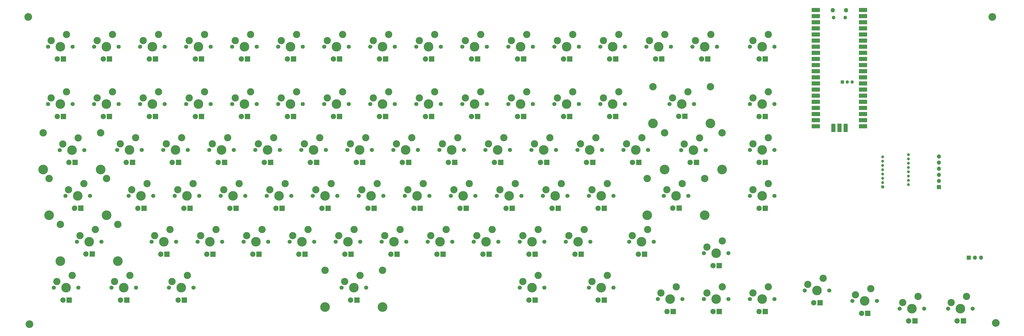
<source format=gbr>
%TF.GenerationSoftware,KiCad,Pcbnew,(6.0.10)*%
%TF.CreationDate,2023-01-18T21:24:45-08:00*%
%TF.ProjectId,OOTstag rev2,4f4f5473-7461-4672-9072-6576322e6b69,rev?*%
%TF.SameCoordinates,Original*%
%TF.FileFunction,Soldermask,Top*%
%TF.FilePolarity,Negative*%
%FSLAX46Y46*%
G04 Gerber Fmt 4.6, Leading zero omitted, Abs format (unit mm)*
G04 Created by KiCad (PCBNEW (6.0.10)) date 2023-01-18 21:24:45*
%MOMM*%
%LPD*%
G01*
G04 APERTURE LIST*
%ADD10C,1.701800*%
%ADD11C,3.000000*%
%ADD12C,3.987800*%
%ADD13C,2.200000*%
%ADD14R,2.200000X2.200000*%
%ADD15R,1.200000X1.200000*%
%ADD16C,1.200000*%
%ADD17C,3.050000*%
%ADD18C,4.000000*%
%ADD19R,1.350000X1.350000*%
%ADD20O,1.350000X1.350000*%
%ADD21O,1.700000X1.700000*%
%ADD22R,1.700000X1.700000*%
%ADD23O,1.500000X1.500000*%
%ADD24O,1.800000X1.800000*%
%ADD25R,3.500000X1.700000*%
%ADD26R,1.700000X3.500000*%
%ADD27C,3.200000*%
G04 APERTURE END LIST*
D10*
%TO.C,K67*%
X237582500Y-238422500D03*
D11*
X238852500Y-235882500D03*
X245202500Y-233342500D03*
D10*
X247742500Y-238422500D03*
D12*
X242662500Y-238422500D03*
D13*
X241367100Y-243527900D03*
D14*
X243932500Y-243527900D03*
%TD*%
D11*
%TO.C,K19*%
X145190000Y-176192500D03*
X138840000Y-178732500D03*
D10*
X137570000Y-181272500D03*
X147730000Y-181272500D03*
D12*
X142650000Y-181272500D03*
D13*
X141354600Y-186377900D03*
D14*
X143920000Y-186377900D03*
%TD*%
D15*
%TO.C,U2*%
X425845000Y-215620000D03*
D16*
X425845000Y-213840000D03*
X425845000Y-212060000D03*
X425845000Y-210280000D03*
X425845000Y-208500000D03*
X425845000Y-206720000D03*
X425845000Y-204940000D03*
X425845000Y-203160000D03*
X436545000Y-202270000D03*
X436545000Y-204050000D03*
X436545000Y-205830000D03*
X436545000Y-207610000D03*
X436545000Y-209390000D03*
X436545000Y-211170000D03*
X436545000Y-212950000D03*
X436545000Y-214730000D03*
%TD*%
D10*
%TO.C,K21*%
X185830000Y-181272500D03*
X175670000Y-181272500D03*
D12*
X180750000Y-181272500D03*
D11*
X176940000Y-178732500D03*
X183290000Y-176192500D03*
D13*
X179454600Y-186377900D03*
D14*
X182020000Y-186377900D03*
%TD*%
D11*
%TO.C,K36*%
X192815000Y-195242500D03*
D12*
X190275000Y-200322500D03*
D11*
X186465000Y-197782500D03*
D10*
X195355000Y-200322500D03*
X185195000Y-200322500D03*
D13*
X188979600Y-205427900D03*
D14*
X191545000Y-205427900D03*
%TD*%
D11*
%TO.C,K59*%
X372202500Y-216832500D03*
D10*
X370932500Y-219372500D03*
X381092500Y-219372500D03*
D12*
X376012500Y-219372500D03*
D11*
X378552500Y-214292500D03*
D13*
X374717100Y-224477900D03*
D14*
X377282500Y-224477900D03*
%TD*%
D10*
%TO.C,K30*%
X381092500Y-181272500D03*
D11*
X378552500Y-176192500D03*
D12*
X376012500Y-181272500D03*
D11*
X372202500Y-178732500D03*
D10*
X370932500Y-181272500D03*
D13*
X374717100Y-186377900D03*
D14*
X377282500Y-186377900D03*
%TD*%
D12*
%TO.C,K28*%
X314100000Y-181272500D03*
D11*
X310290000Y-178732500D03*
D10*
X319180000Y-181272500D03*
X309020000Y-181272500D03*
D11*
X316640000Y-176192500D03*
D13*
X312804600Y-186377900D03*
D14*
X315370000Y-186377900D03*
%TD*%
D10*
%TO.C,K54*%
X257267500Y-219372500D03*
D11*
X254727500Y-214292500D03*
D10*
X247107500Y-219372500D03*
D11*
X248377500Y-216832500D03*
D12*
X252187500Y-219372500D03*
D13*
X250892100Y-224477900D03*
D14*
X253457500Y-224477900D03*
%TD*%
D11*
%TO.C,K71*%
X328546250Y-233342500D03*
X322196250Y-235882500D03*
D12*
X326006250Y-238422500D03*
D10*
X331086250Y-238422500D03*
X320926250Y-238422500D03*
D13*
X324710850Y-243527900D03*
D14*
X327276250Y-243527900D03*
%TD*%
D12*
%TO.C,K78*%
X309337500Y-257472500D03*
D10*
X314417500Y-257472500D03*
D11*
X305527500Y-254932500D03*
X311877500Y-252392500D03*
D10*
X304257500Y-257472500D03*
D13*
X308042100Y-262577900D03*
D14*
X310607500Y-262577900D03*
%TD*%
D10*
%TO.C,K74*%
X116773750Y-257472500D03*
D11*
X114233750Y-252392500D03*
X107883750Y-254932500D03*
D12*
X111693750Y-257472500D03*
D10*
X106613750Y-257472500D03*
D13*
X110398350Y-262577900D03*
D14*
X112963750Y-262577900D03*
%TD*%
D11*
%TO.C,K53*%
X235677500Y-214292500D03*
X229327500Y-216832500D03*
D10*
X238217500Y-219372500D03*
X228057500Y-219372500D03*
D12*
X233137500Y-219372500D03*
D13*
X231842100Y-224477900D03*
D14*
X234407500Y-224477900D03*
%TD*%
D11*
%TO.C,K9*%
X253140000Y-154920000D03*
X259490000Y-152380000D03*
D10*
X251870000Y-157460000D03*
X262030000Y-157460000D03*
D12*
X256950000Y-157460000D03*
D13*
X255654600Y-162565400D03*
D14*
X258220000Y-162565400D03*
%TD*%
D12*
%TO.C,K76*%
X340300300Y-219368200D03*
D11*
X342840300Y-214288200D03*
D10*
X335220300Y-219368200D03*
D17*
X328387500Y-212180000D03*
X352187500Y-212180000D03*
D10*
X345380300Y-219368200D03*
D18*
X352187500Y-227420000D03*
X328387500Y-227420000D03*
D11*
X336490300Y-216828200D03*
D13*
X339004900Y-224473600D03*
D14*
X341570300Y-224473600D03*
%TD*%
D10*
%TO.C,MX_NUM6*%
X432850000Y-266140000D03*
D11*
X434120000Y-263600000D03*
D12*
X437930000Y-266140000D03*
D11*
X440470000Y-261060000D03*
D10*
X443010000Y-266140000D03*
D13*
X436634600Y-271245400D03*
D14*
X439200000Y-271245400D03*
%TD*%
D10*
%TO.C,K76*%
X97780300Y-219368200D03*
D11*
X88890300Y-216828200D03*
D18*
X80787500Y-227420000D03*
D17*
X104587500Y-212180000D03*
D12*
X92700300Y-219368200D03*
D17*
X80787500Y-212180000D03*
D18*
X104587500Y-227420000D03*
D11*
X95240300Y-214288200D03*
D10*
X87620300Y-219368200D03*
D13*
X91404900Y-224473600D03*
D14*
X93970300Y-224473600D03*
%TD*%
D11*
%TO.C,K72*%
X353152500Y-240645000D03*
D10*
X351882500Y-243185000D03*
X362042500Y-243185000D03*
D11*
X359502500Y-238105000D03*
D12*
X356962500Y-243185000D03*
D13*
X355667100Y-248290400D03*
D14*
X358232500Y-248290400D03*
%TD*%
D10*
%TO.C,K65*%
X209642500Y-238422500D03*
D11*
X200752500Y-235882500D03*
D10*
X199482500Y-238422500D03*
D11*
X207102500Y-233342500D03*
D12*
X204562500Y-238422500D03*
D13*
X203267100Y-243527900D03*
D14*
X205832500Y-243527900D03*
%TD*%
D11*
%TO.C,K57*%
X305527500Y-216832500D03*
X311877500Y-214292500D03*
D10*
X314417500Y-219372500D03*
D12*
X309337500Y-219372500D03*
D10*
X304257500Y-219372500D03*
D13*
X308042100Y-224477900D03*
D14*
X310607500Y-224477900D03*
%TD*%
D11*
%TO.C,K52*%
X210277500Y-216832500D03*
D10*
X209007500Y-219372500D03*
X219167500Y-219372500D03*
D12*
X214087500Y-219372500D03*
D11*
X216627500Y-214292500D03*
D13*
X212792100Y-224477900D03*
D14*
X215357500Y-224477900D03*
%TD*%
D11*
%TO.C,K70*%
X302352500Y-233342500D03*
D10*
X304892500Y-238422500D03*
X294732500Y-238422500D03*
D11*
X296002500Y-235882500D03*
D12*
X299812500Y-238422500D03*
D13*
X298517100Y-243527900D03*
D14*
X301082500Y-243527900D03*
%TD*%
D11*
%TO.C,K12*%
X316640000Y-152380000D03*
D10*
X309020000Y-157460000D03*
X319180000Y-157460000D03*
D12*
X314100000Y-157460000D03*
D11*
X310290000Y-154920000D03*
D13*
X312804600Y-162565400D03*
D14*
X315370000Y-162565400D03*
%TD*%
D19*
%TO.C,REF\u002A\u002A*%
X409200000Y-172100000D03*
D20*
X411200000Y-172100000D03*
X413200000Y-172100000D03*
%TD*%
D10*
%TO.C,K43*%
X318545000Y-200322500D03*
D11*
X326165000Y-195242500D03*
X319815000Y-197782500D03*
D10*
X328705000Y-200322500D03*
D12*
X323625000Y-200322500D03*
D13*
X322329600Y-205427900D03*
D14*
X324895000Y-205427900D03*
%TD*%
D11*
%TO.C,K40*%
X262665000Y-197782500D03*
D10*
X261395000Y-200322500D03*
D11*
X269015000Y-195242500D03*
D12*
X266475000Y-200322500D03*
D10*
X271555000Y-200322500D03*
D13*
X265179600Y-205427900D03*
D14*
X267745000Y-205427900D03*
%TD*%
D11*
%TO.C,K27*%
X291240000Y-178732500D03*
D10*
X300130000Y-181272500D03*
X289970000Y-181272500D03*
D12*
X295050000Y-181272500D03*
D11*
X297590000Y-176192500D03*
D13*
X293754600Y-186377900D03*
D14*
X296320000Y-186377900D03*
%TD*%
D11*
%TO.C,K42*%
X300765000Y-197782500D03*
D10*
X299495000Y-200322500D03*
D12*
X304575000Y-200322500D03*
D10*
X309655000Y-200322500D03*
D11*
X307115000Y-195242500D03*
D13*
X303279600Y-205427900D03*
D14*
X305845000Y-205427900D03*
%TD*%
D21*
%TO.C,J1*%
X449109000Y-203002000D03*
X449109000Y-205542000D03*
X449109000Y-208082000D03*
X449109000Y-210622000D03*
X449109000Y-213162000D03*
D22*
X449109000Y-215702000D03*
%TD*%
D10*
%TO.C,K22*%
X204880000Y-181272500D03*
D11*
X195990000Y-178732500D03*
X202340000Y-176192500D03*
D10*
X194720000Y-181272500D03*
D12*
X199800000Y-181272500D03*
D13*
X198504600Y-186377900D03*
D14*
X201070000Y-186377900D03*
%TD*%
D11*
%TO.C,K10*%
X272190000Y-154920000D03*
D10*
X281080000Y-157460000D03*
D12*
X276000000Y-157460000D03*
D11*
X278540000Y-152380000D03*
D10*
X270920000Y-157460000D03*
D13*
X274704600Y-162565400D03*
D14*
X277270000Y-162565400D03*
%TD*%
D11*
%TO.C,K35*%
X167415000Y-197782500D03*
D10*
X176305000Y-200322500D03*
D11*
X173765000Y-195242500D03*
D12*
X171225000Y-200322500D03*
D10*
X166145000Y-200322500D03*
D13*
X169929600Y-205427900D03*
D14*
X172495000Y-205427900D03*
%TD*%
D11*
%TO.C,K14*%
X354740000Y-152380000D03*
D12*
X352200000Y-157460000D03*
D11*
X348390000Y-154920000D03*
D10*
X357280000Y-157460000D03*
X347120000Y-157460000D03*
D13*
X350904600Y-162565400D03*
D14*
X353470000Y-162565400D03*
%TD*%
D11*
%TO.C,K2*%
X119790000Y-154920000D03*
D10*
X118520000Y-157460000D03*
D12*
X123600000Y-157460000D03*
D11*
X126140000Y-152380000D03*
D10*
X128680000Y-157460000D03*
D13*
X122304600Y-162565400D03*
D14*
X124870000Y-162565400D03*
%TD*%
D10*
%TO.C,K80*%
X351882500Y-262235000D03*
D11*
X353152500Y-259695000D03*
D10*
X362042500Y-262235000D03*
D11*
X359502500Y-257155000D03*
D12*
X356962500Y-262235000D03*
D13*
X355667100Y-267340400D03*
D14*
X358232500Y-267340400D03*
%TD*%
D11*
%TO.C,K32*%
X116615000Y-195242500D03*
D10*
X108995000Y-200322500D03*
D11*
X110265000Y-197782500D03*
D12*
X114075000Y-200322500D03*
D10*
X119155000Y-200322500D03*
D13*
X112779600Y-205427900D03*
D14*
X115345000Y-205427900D03*
%TD*%
D12*
%TO.C,MX_NUM5*%
X418430000Y-262994600D03*
D10*
X413350000Y-262994600D03*
X423510000Y-262994600D03*
D11*
X414620000Y-260454600D03*
X420970000Y-257914600D03*
D13*
X417134600Y-268100000D03*
D14*
X419700000Y-268100000D03*
%TD*%
D11*
%TO.C,K68*%
X264252500Y-233342500D03*
X257902500Y-235882500D03*
D10*
X256632500Y-238422500D03*
X266792500Y-238422500D03*
D12*
X261712500Y-238422500D03*
D13*
X260417100Y-243527900D03*
D14*
X262982500Y-243527900D03*
%TD*%
D10*
%TO.C,MX_NUM4*%
X393554600Y-258600000D03*
D12*
X398634600Y-258600000D03*
D11*
X394824600Y-256060000D03*
X401174600Y-253520000D03*
D10*
X403714600Y-258600000D03*
D13*
X397339200Y-263705400D03*
D14*
X399904600Y-263705400D03*
%TD*%
D10*
%TO.C,K6*%
X204880000Y-157460000D03*
D12*
X199800000Y-157460000D03*
D11*
X195990000Y-154920000D03*
D10*
X194720000Y-157460000D03*
D11*
X202340000Y-152380000D03*
D13*
X198504600Y-162565400D03*
D14*
X201070000Y-162565400D03*
%TD*%
D12*
%TO.C,K13*%
X333150000Y-157460000D03*
D11*
X335690000Y-152380000D03*
D10*
X338230000Y-157460000D03*
D11*
X329340000Y-154920000D03*
D10*
X328070000Y-157460000D03*
D13*
X331854600Y-162565400D03*
D14*
X334420000Y-162565400D03*
%TD*%
D11*
%TO.C,K47*%
X121377500Y-214292500D03*
D10*
X123917500Y-219372500D03*
X113757500Y-219372500D03*
D11*
X115027500Y-216832500D03*
D12*
X118837500Y-219372500D03*
D13*
X117542100Y-224477900D03*
D14*
X120107500Y-224477900D03*
%TD*%
D10*
%TO.C,K77*%
X275682500Y-257472500D03*
D11*
X283302500Y-252392500D03*
D12*
X280762500Y-257472500D03*
D10*
X285842500Y-257472500D03*
D11*
X276952500Y-254932500D03*
D13*
X279467100Y-262577900D03*
D14*
X282032500Y-262577900D03*
%TD*%
D12*
%TO.C,K33*%
X133125000Y-200322500D03*
D11*
X135665000Y-195242500D03*
D10*
X138205000Y-200322500D03*
D11*
X129315000Y-197782500D03*
D10*
X128045000Y-200322500D03*
D13*
X131829600Y-205427900D03*
D14*
X134395000Y-205427900D03*
%TD*%
D11*
%TO.C,K24*%
X234090000Y-178732500D03*
D12*
X237900000Y-181272500D03*
D10*
X242980000Y-181272500D03*
D11*
X240440000Y-176192500D03*
D10*
X232820000Y-181272500D03*
D13*
X236604600Y-186377900D03*
D14*
X239170000Y-186377900D03*
%TD*%
D11*
%TO.C,K63*%
X162652500Y-235882500D03*
D10*
X161382500Y-238422500D03*
D12*
X166462500Y-238422500D03*
D11*
X169002500Y-233342500D03*
D10*
X171542500Y-238422500D03*
D13*
X165167100Y-243527900D03*
D14*
X167732500Y-243527900D03*
%TD*%
D10*
%TO.C,K11*%
X289970000Y-157460000D03*
D11*
X297590000Y-152380000D03*
X291240000Y-154920000D03*
D12*
X295050000Y-157460000D03*
D10*
X300130000Y-157460000D03*
D13*
X293754600Y-162565400D03*
D14*
X296320000Y-162565400D03*
%TD*%
D10*
%TO.C,K20*%
X156620000Y-181272500D03*
D12*
X161700000Y-181272500D03*
D11*
X157890000Y-178732500D03*
X164240000Y-176192500D03*
D10*
X166780000Y-181272500D03*
D13*
X160404600Y-186377900D03*
D14*
X162970000Y-186377900D03*
%TD*%
D11*
%TO.C,K1*%
X100740000Y-154920000D03*
D10*
X99470000Y-157460000D03*
D12*
X104550000Y-157460000D03*
D11*
X107090000Y-152380000D03*
D10*
X109630000Y-157460000D03*
D13*
X103254600Y-162565400D03*
D14*
X105820000Y-162565400D03*
%TD*%
D10*
%TO.C,K69*%
X275682500Y-238422500D03*
D12*
X280762500Y-238422500D03*
D11*
X276952500Y-235882500D03*
X283302500Y-233342500D03*
D10*
X285842500Y-238422500D03*
D13*
X279467100Y-243527900D03*
D14*
X282032500Y-243527900D03*
%TD*%
D11*
%TO.C,K62*%
X149952500Y-233342500D03*
X143602500Y-235882500D03*
D10*
X142332500Y-238422500D03*
X152492500Y-238422500D03*
D12*
X147412500Y-238422500D03*
D13*
X146117100Y-243527900D03*
D14*
X148682500Y-243527900D03*
%TD*%
D11*
%TO.C,K3*%
X138840000Y-154920000D03*
D10*
X137570000Y-157460000D03*
D11*
X145190000Y-152380000D03*
D10*
X147730000Y-157460000D03*
D12*
X142650000Y-157460000D03*
D13*
X141354600Y-162565400D03*
D14*
X143920000Y-162565400D03*
%TD*%
D11*
%TO.C,K41*%
X281715000Y-197782500D03*
D12*
X285525000Y-200322500D03*
D10*
X290605000Y-200322500D03*
D11*
X288065000Y-195242500D03*
D10*
X280445000Y-200322500D03*
D13*
X284229600Y-205427900D03*
D14*
X286795000Y-205427900D03*
%TD*%
D11*
%TO.C,K56*%
X292827500Y-214292500D03*
X286477500Y-216832500D03*
D10*
X285207500Y-219372500D03*
X295367500Y-219372500D03*
D12*
X290287500Y-219372500D03*
D13*
X288992100Y-224477900D03*
D14*
X291557500Y-224477900D03*
%TD*%
D12*
%TO.C,K7*%
X218850000Y-157460000D03*
D11*
X221390000Y-152380000D03*
X215040000Y-154920000D03*
D10*
X213770000Y-157460000D03*
X223930000Y-157460000D03*
D13*
X217554600Y-162565400D03*
D14*
X220120000Y-162565400D03*
%TD*%
D12*
%TO.C,K76*%
X347500300Y-200368200D03*
D18*
X335587500Y-208420000D03*
D10*
X352580300Y-200368200D03*
D11*
X343690300Y-197828200D03*
D17*
X359387500Y-193180000D03*
D10*
X342420300Y-200368200D03*
D18*
X359387500Y-208420000D03*
D17*
X335587500Y-193180000D03*
D11*
X350040300Y-195288200D03*
D13*
X346204900Y-205473600D03*
D14*
X348770300Y-205473600D03*
%TD*%
D11*
%TO.C,K46*%
X88833750Y-216832500D03*
D12*
X92643750Y-219372500D03*
D11*
X95183750Y-214292500D03*
D10*
X97723750Y-219372500D03*
X87563750Y-219372500D03*
D13*
X91348350Y-224477900D03*
D14*
X93913750Y-224477900D03*
%TD*%
D10*
%TO.C,K50*%
X181067500Y-219372500D03*
D11*
X172177500Y-216832500D03*
X178527500Y-214292500D03*
D12*
X175987500Y-219372500D03*
D10*
X170907500Y-219372500D03*
D13*
X174692100Y-224477900D03*
D14*
X177257500Y-224477900D03*
%TD*%
D10*
%TO.C,K79*%
X342992500Y-262235000D03*
D11*
X340452500Y-257155000D03*
D10*
X332832500Y-262235000D03*
D11*
X334102500Y-259695000D03*
D12*
X337912500Y-262235000D03*
D13*
X336617100Y-267340400D03*
D14*
X339182500Y-267340400D03*
%TD*%
D18*
%TO.C,K76*%
X354587500Y-189320000D03*
D10*
X347780300Y-181268200D03*
D17*
X354587500Y-174080000D03*
X330787500Y-174080000D03*
D11*
X345240300Y-176188200D03*
D18*
X330787500Y-189320000D03*
D11*
X338890300Y-178728200D03*
D10*
X337620300Y-181268200D03*
D12*
X342700300Y-181268200D03*
D13*
X341404900Y-186373600D03*
D14*
X343970300Y-186373600D03*
%TD*%
D11*
%TO.C,K18*%
X126140000Y-176192500D03*
X119790000Y-178732500D03*
D12*
X123600000Y-181272500D03*
D10*
X118520000Y-181272500D03*
X128680000Y-181272500D03*
D13*
X122304600Y-186377900D03*
D14*
X124870000Y-186377900D03*
%TD*%
D11*
%TO.C,K61*%
X130902500Y-233342500D03*
D12*
X128362500Y-238422500D03*
D10*
X133442500Y-238422500D03*
X123282500Y-238422500D03*
D11*
X124552500Y-235882500D03*
D13*
X127067100Y-243527900D03*
D14*
X129632500Y-243527900D03*
%TD*%
D10*
%TO.C,K25*%
X262030000Y-181272500D03*
X251870000Y-181272500D03*
D12*
X256950000Y-181272500D03*
D11*
X259490000Y-176192500D03*
X253140000Y-178732500D03*
D13*
X255654600Y-186377900D03*
D14*
X258220000Y-186377900D03*
%TD*%
D18*
%TO.C,K76*%
X195030950Y-265524300D03*
D10*
X201863750Y-257472500D03*
D17*
X195030950Y-250284300D03*
D12*
X206943750Y-257472500D03*
D11*
X203133750Y-254932500D03*
D18*
X218830950Y-265524300D03*
D11*
X209483750Y-252392500D03*
D10*
X212023750Y-257472500D03*
D17*
X218830950Y-250284300D03*
D13*
X205648350Y-262577900D03*
D14*
X208213750Y-262577900D03*
%TD*%
D11*
%TO.C,K51*%
X191227500Y-216832500D03*
D12*
X195037500Y-219372500D03*
D10*
X200117500Y-219372500D03*
X189957500Y-219372500D03*
D11*
X197577500Y-214292500D03*
D13*
X193742100Y-224477900D03*
D14*
X196307500Y-224477900D03*
%TD*%
D11*
%TO.C,K15*%
X378552500Y-152380000D03*
X372202500Y-154920000D03*
D10*
X381092500Y-157460000D03*
D12*
X376012500Y-157460000D03*
D10*
X370932500Y-157460000D03*
D13*
X374717100Y-162565400D03*
D14*
X377282500Y-162565400D03*
%TD*%
D11*
%TO.C,K16*%
X88040000Y-176192500D03*
X81690000Y-178732500D03*
D10*
X90580000Y-181272500D03*
D12*
X85500000Y-181272500D03*
D10*
X80420000Y-181272500D03*
D13*
X84204600Y-186377900D03*
D14*
X86770000Y-186377900D03*
%TD*%
D11*
%TO.C,K45*%
X372202500Y-197782500D03*
X378552500Y-195242500D03*
D10*
X370932500Y-200322500D03*
D12*
X376012500Y-200322500D03*
D10*
X381092500Y-200322500D03*
D13*
X374717100Y-205427900D03*
D14*
X377282500Y-205427900D03*
%TD*%
D10*
%TO.C,K26*%
X281080000Y-181272500D03*
D12*
X276000000Y-181272500D03*
D11*
X278540000Y-176192500D03*
D10*
X270920000Y-181272500D03*
D11*
X272190000Y-178732500D03*
D13*
X274704600Y-186377900D03*
D14*
X277270000Y-186377900D03*
%TD*%
D10*
%TO.C,K48*%
X142967500Y-219372500D03*
D12*
X137887500Y-219372500D03*
D11*
X134077500Y-216832500D03*
X140427500Y-214292500D03*
D10*
X132807500Y-219372500D03*
D13*
X136592100Y-224477900D03*
D14*
X139157500Y-224477900D03*
%TD*%
D18*
%TO.C,K76*%
X78387500Y-208420000D03*
D12*
X90300300Y-200368200D03*
D10*
X95380300Y-200368200D03*
D11*
X86490300Y-197828200D03*
D18*
X102187500Y-208420000D03*
D17*
X102187500Y-193180000D03*
D10*
X85220300Y-200368200D03*
D11*
X92840300Y-195288200D03*
D17*
X78387500Y-193180000D03*
D13*
X89004900Y-205473600D03*
D14*
X91570300Y-205473600D03*
%TD*%
D22*
%TO.C,REF\u002A\u002A*%
X461457011Y-244983012D03*
D21*
X463997011Y-244983012D03*
X466537011Y-244983012D03*
%TD*%
D10*
%TO.C,K17*%
X99470000Y-181272500D03*
X109630000Y-181272500D03*
D12*
X104550000Y-181272500D03*
D11*
X100740000Y-178732500D03*
X107090000Y-176192500D03*
D13*
X103254600Y-186377900D03*
D14*
X105820000Y-186377900D03*
%TD*%
D10*
%TO.C,K73*%
X82801250Y-257472500D03*
D12*
X87881250Y-257472500D03*
D11*
X90421250Y-252392500D03*
X84071250Y-254932500D03*
D10*
X92961250Y-257472500D03*
D13*
X86585850Y-262577900D03*
D14*
X89151250Y-262577900D03*
%TD*%
D12*
%TO.C,K8*%
X237900000Y-157460000D03*
D11*
X240440000Y-152380000D03*
X234090000Y-154920000D03*
D10*
X232820000Y-157460000D03*
X242980000Y-157460000D03*
D13*
X236604600Y-162565400D03*
D14*
X239170000Y-162565400D03*
%TD*%
D10*
%TO.C,MX_NUM7*%
X452914600Y-266140000D03*
X463074600Y-266140000D03*
D12*
X457994600Y-266140000D03*
D11*
X460534600Y-261060000D03*
X454184600Y-263600000D03*
D13*
X456699200Y-271245400D03*
D14*
X459264600Y-271245400D03*
%TD*%
D11*
%TO.C,K38*%
X224565000Y-197782500D03*
D10*
X233455000Y-200322500D03*
D12*
X228375000Y-200322500D03*
D11*
X230915000Y-195242500D03*
D10*
X223295000Y-200322500D03*
D13*
X227079600Y-205427900D03*
D14*
X229645000Y-205427900D03*
%TD*%
D23*
%TO.C,REF\u002A\u002A*%
X405525000Y-145380000D03*
D24*
X410675000Y-142350000D03*
D23*
X410375000Y-145380000D03*
D24*
X405225000Y-142350000D03*
D21*
X399060000Y-142220000D03*
D25*
X398160000Y-142220000D03*
X398160000Y-144760000D03*
D21*
X399060000Y-144760000D03*
D22*
X399060000Y-147300000D03*
D25*
X398160000Y-147300000D03*
X398160000Y-149840000D03*
D21*
X399060000Y-149840000D03*
X399060000Y-152380000D03*
D25*
X398160000Y-152380000D03*
X398160000Y-154920000D03*
D21*
X399060000Y-154920000D03*
X399060000Y-157460000D03*
D25*
X398160000Y-157460000D03*
X398160000Y-160000000D03*
D22*
X399060000Y-160000000D03*
D21*
X399060000Y-162540000D03*
D25*
X398160000Y-162540000D03*
D21*
X399060000Y-165080000D03*
D25*
X398160000Y-165080000D03*
D21*
X399060000Y-167620000D03*
D25*
X398160000Y-167620000D03*
X398160000Y-170160000D03*
D21*
X399060000Y-170160000D03*
D22*
X399060000Y-172700000D03*
D25*
X398160000Y-172700000D03*
D21*
X399060000Y-175240000D03*
D25*
X398160000Y-175240000D03*
X398160000Y-177780000D03*
D21*
X399060000Y-177780000D03*
D25*
X398160000Y-180320000D03*
D21*
X399060000Y-180320000D03*
D25*
X398160000Y-182860000D03*
D21*
X399060000Y-182860000D03*
D22*
X399060000Y-185400000D03*
D25*
X398160000Y-185400000D03*
D21*
X399060000Y-187940000D03*
D25*
X398160000Y-187940000D03*
X398160000Y-190480000D03*
D21*
X399060000Y-190480000D03*
X416840000Y-190480000D03*
D25*
X417740000Y-190480000D03*
X417740000Y-187940000D03*
D21*
X416840000Y-187940000D03*
D22*
X416840000Y-185400000D03*
D25*
X417740000Y-185400000D03*
D21*
X416840000Y-182860000D03*
D25*
X417740000Y-182860000D03*
X417740000Y-180320000D03*
D21*
X416840000Y-180320000D03*
X416840000Y-177780000D03*
D25*
X417740000Y-177780000D03*
D21*
X416840000Y-175240000D03*
D25*
X417740000Y-175240000D03*
D22*
X416840000Y-172700000D03*
D25*
X417740000Y-172700000D03*
D21*
X416840000Y-170160000D03*
D25*
X417740000Y-170160000D03*
D21*
X416840000Y-167620000D03*
D25*
X417740000Y-167620000D03*
X417740000Y-165080000D03*
D21*
X416840000Y-165080000D03*
X416840000Y-162540000D03*
D25*
X417740000Y-162540000D03*
X417740000Y-160000000D03*
D22*
X416840000Y-160000000D03*
D25*
X417740000Y-157460000D03*
D21*
X416840000Y-157460000D03*
D25*
X417740000Y-154920000D03*
D21*
X416840000Y-154920000D03*
X416840000Y-152380000D03*
D25*
X417740000Y-152380000D03*
D21*
X416840000Y-149840000D03*
D25*
X417740000Y-149840000D03*
X417740000Y-147300000D03*
D22*
X416840000Y-147300000D03*
D25*
X417740000Y-144760000D03*
D21*
X416840000Y-144760000D03*
D25*
X417740000Y-142220000D03*
D21*
X416840000Y-142220000D03*
D26*
X405410000Y-191150000D03*
D21*
X405410000Y-190250000D03*
D22*
X407950000Y-190250000D03*
D26*
X407950000Y-191150000D03*
X410490000Y-191150000D03*
D21*
X410490000Y-190250000D03*
%TD*%
D11*
%TO.C,K49*%
X153127500Y-216832500D03*
D12*
X156937500Y-219372500D03*
D11*
X159477500Y-214292500D03*
D10*
X162017500Y-219372500D03*
X151857500Y-219372500D03*
D13*
X155642100Y-224477900D03*
D14*
X158207500Y-224477900D03*
%TD*%
D10*
%TO.C,K37*%
X204245000Y-200322500D03*
X214405000Y-200322500D03*
D11*
X205515000Y-197782500D03*
D12*
X209325000Y-200322500D03*
D11*
X211865000Y-195242500D03*
D13*
X208029600Y-205427900D03*
D14*
X210595000Y-205427900D03*
%TD*%
D11*
%TO.C,K0*%
X88040000Y-152380000D03*
D10*
X90580000Y-157460000D03*
X80420000Y-157460000D03*
D11*
X81690000Y-154920000D03*
D12*
X85500000Y-157460000D03*
D13*
X84204600Y-162565400D03*
D14*
X86770000Y-162565400D03*
%TD*%
D11*
%TO.C,K64*%
X181702500Y-235882500D03*
D10*
X180432500Y-238422500D03*
D11*
X188052500Y-233342500D03*
D12*
X185512500Y-238422500D03*
D10*
X190592500Y-238422500D03*
D13*
X184217100Y-243527900D03*
D14*
X186782500Y-243527900D03*
%TD*%
D10*
%TO.C,K5*%
X185830000Y-157460000D03*
D11*
X183290000Y-152380000D03*
X176940000Y-154920000D03*
D10*
X175670000Y-157460000D03*
D12*
X180750000Y-157460000D03*
D13*
X179454600Y-162565400D03*
D14*
X182020000Y-162565400D03*
%TD*%
D11*
%TO.C,K81*%
X372202500Y-259695000D03*
D10*
X370932500Y-262235000D03*
D12*
X376012500Y-262235000D03*
D11*
X378552500Y-257155000D03*
D10*
X381092500Y-262235000D03*
D13*
X374717100Y-267340400D03*
D14*
X377282500Y-267340400D03*
%TD*%
D11*
%TO.C,K4*%
X157890000Y-154920000D03*
X164240000Y-152380000D03*
D12*
X161700000Y-157460000D03*
D10*
X166780000Y-157460000D03*
X156620000Y-157460000D03*
D13*
X160404600Y-162565400D03*
D14*
X162970000Y-162565400D03*
%TD*%
D27*
%TO.C,H1*%
X72200000Y-145100000D03*
%TD*%
%TO.C,H4*%
X472700000Y-272100000D03*
%TD*%
%TO.C,H3*%
X72700000Y-272600000D03*
%TD*%
%TO.C,H2*%
X471200000Y-145100000D03*
%TD*%
D12*
%TO.C,K66*%
X223612500Y-238422500D03*
D10*
X228692500Y-238422500D03*
D11*
X219802500Y-235882500D03*
D10*
X218532500Y-238422500D03*
D11*
X226152500Y-233342500D03*
D13*
X222317100Y-243527900D03*
D14*
X224882500Y-243527900D03*
%TD*%
D11*
%TO.C,K76*%
X93590300Y-235828200D03*
D10*
X92320300Y-238368200D03*
X102480300Y-238368200D03*
D17*
X109287500Y-231180000D03*
D18*
X109287500Y-246420000D03*
D12*
X97400300Y-238368200D03*
D18*
X85487500Y-246420000D03*
D17*
X85487500Y-231180000D03*
D11*
X99940300Y-233288200D03*
D13*
X96104900Y-243473600D03*
D14*
X98670300Y-243473600D03*
%TD*%
D11*
%TO.C,K39*%
X243615000Y-197782500D03*
X249965000Y-195242500D03*
D10*
X252505000Y-200322500D03*
X242345000Y-200322500D03*
D12*
X247425000Y-200322500D03*
D13*
X246129600Y-205427900D03*
D14*
X248695000Y-205427900D03*
%TD*%
D11*
%TO.C,K34*%
X148365000Y-197782500D03*
X154715000Y-195242500D03*
D10*
X147095000Y-200322500D03*
D12*
X152175000Y-200322500D03*
D10*
X157255000Y-200322500D03*
D13*
X150879600Y-205427900D03*
D14*
X153445000Y-205427900D03*
%TD*%
D11*
%TO.C,K55*%
X267427500Y-216832500D03*
D10*
X266157500Y-219372500D03*
X276317500Y-219372500D03*
D12*
X271237500Y-219372500D03*
D11*
X273777500Y-214292500D03*
D13*
X269942100Y-224477900D03*
D14*
X272507500Y-224477900D03*
%TD*%
D10*
%TO.C,K23*%
X223930000Y-181272500D03*
D12*
X218850000Y-181272500D03*
D11*
X221390000Y-176192500D03*
D10*
X213770000Y-181272500D03*
D11*
X215040000Y-178732500D03*
D13*
X217554600Y-186377900D03*
D14*
X220120000Y-186377900D03*
%TD*%
D11*
%TO.C,K75*%
X131696250Y-254932500D03*
D10*
X140586250Y-257472500D03*
D11*
X138046250Y-252392500D03*
D12*
X135506250Y-257472500D03*
D10*
X130426250Y-257472500D03*
D13*
X134210850Y-262577900D03*
D14*
X136776250Y-262577900D03*
%TD*%
M02*

</source>
